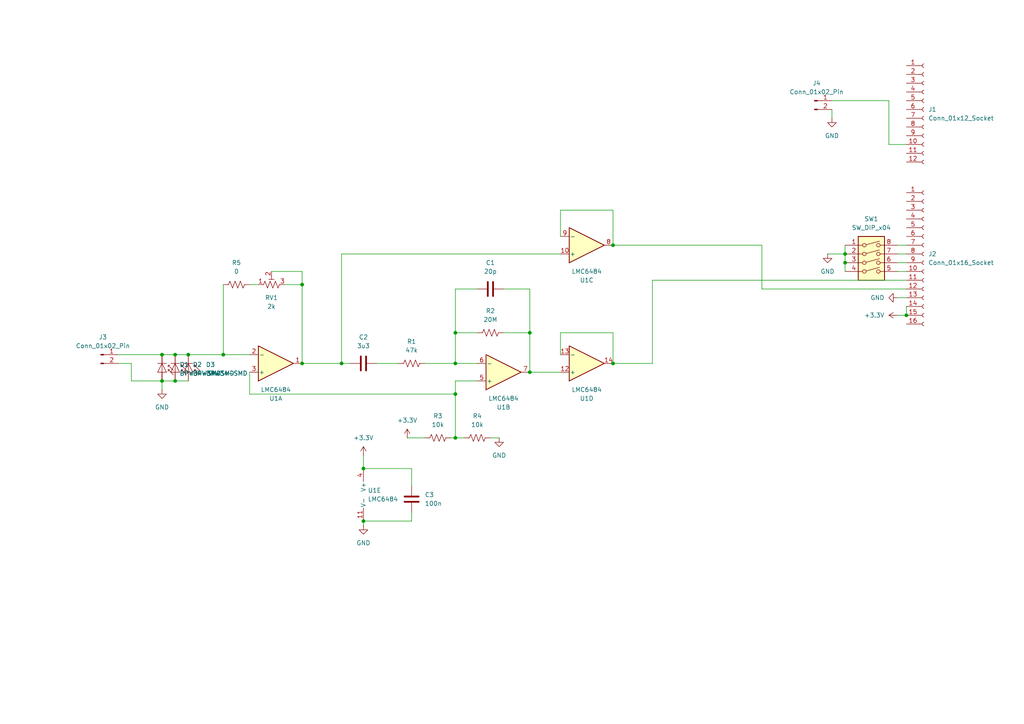
<source format=kicad_sch>
(kicad_sch (version 20250114) (generator "eeschema") (generator_version "9.0")
  (paper "A4")
  (lib_symbols
    (symbol "Amplifier_Operational:LMC6484" (pin_names (offset 0.127))
      (property "Reference" "U" (at 0 5.08 0))
      (property "Value" "LMC6484" (at 0 -5.08 0))
      (symbol "LMC6484_1_1"
        (polyline (pts (xy -5.08 5.08) (xy 5.08 0) (xy -5.08 -5.08) (xy -5.08 5.08)) (stroke (width 0.254)) (fill (type background)))
        (pin input line (at -7.62 2.54 0) (length 2.54) (name "+") (number "3"))
        (pin input line (at -7.62 -2.54 0) (length 2.54) (name "-") (number "2"))
        (pin output line (at 7.62 0 180) (length 2.54) (name "~") (number "1"))
      )
      (symbol "LMC6484_2_1"
        (polyline (pts (xy -5.08 5.08) (xy 5.08 0) (xy -5.08 -5.08) (xy -5.08 5.08)) (stroke (width 0.254)) (fill (type background)))
        (pin input line (at -7.62 2.54 0) (length 2.54) (name "+") (number "5"))
        (pin input line (at -7.62 -2.54 0) (length 2.54) (name "-") (number "6"))
        (pin output line (at 7.62 0 180) (length 2.54) (name "~") (number "7"))
      )
      (symbol "LMC6484_3_1"
        (polyline (pts (xy -5.08 5.08) (xy 5.08 0) (xy -5.08 -5.08) (xy -5.08 5.08)) (stroke (width 0.254)) (fill (type background)))
        (pin input line (at -7.62 2.54 0) (length 2.54) (name "+") (number "10"))
        (pin input line (at -7.62 -2.54 0) (length 2.54) (name "-") (number "9"))
        (pin output line (at 7.62 0 180) (length 2.54) (name "~") (number "8"))
      )
      (symbol "LMC6484_4_1"
        (polyline (pts (xy -5.08 5.08) (xy 5.08 0) (xy -5.08 -5.08) (xy -5.08 5.08)) (stroke (width 0.254)) (fill (type background)))
        (pin input line (at -7.62 2.54 0) (length 2.54) (name "+") (number "12"))
        (pin input line (at -7.62 -2.54 0) (length 2.54) (name "-") (number "13"))
        (pin output line (at 7.62 0 180) (length 2.54) (name "~") (number "14"))
      )
      (symbol "LMC6484_5_1"
        (pin power_in line (at -2.54 7.62 270) (length 3.81) (name "V+") (number "4"))
        (pin power_in line (at -2.54 -7.62 90) (length 3.81) (name "V-") (number "11"))
      )
    )
    (symbol "Connector:Conn_01x02_Pin" (pin_names (offset 1.016) (hide yes))
      (property "Reference" "J" (at 0 2.54 0))
      (property "Value" "Conn_01x02_Pin" (at 0 -5.08 0))
      (symbol "Conn_01x02_Pin_1_1"
        (rectangle (start 0.8636 0.127) (end 0 -0.127) (stroke (width 0.1524)) (fill (type outline)))
        (rectangle (start 0.8636 -2.413) (end 0 -2.667) (stroke (width 0.1524)) (fill (type outline)))
        (polyline (pts (xy 1.27 0) (xy 0.8636 0)) (stroke (width 0.1524)))
        (polyline (pts (xy 1.27 -2.54) (xy 0.8636 -2.54)) (stroke (width 0.1524)))
        (pin passive line (at 5.08 0 180) (length 3.81) (name "Pin_1") (number "1"))
        (pin passive line (at 5.08 -2.54 180) (length 3.81) (name "Pin_2") (number "2"))
      )
    )
    (symbol "Connector:Conn_01x12_Socket" (pin_names (offset 1.016) (hide yes))
      (property "Reference" "J" (at 0 15.24 0))
      (property "Value" "Conn_01x12_Socket" (at 0 -17.78 0))
      (symbol "Conn_01x12_Socket_1_1"
        (polyline (pts (xy -1.27 12.7) (xy -0.508 12.7)) (stroke (width 0.1524)))
        (polyline (pts (xy -1.27 10.16) (xy -0.508 10.16)) (stroke (width 0.1524)))
        (polyline (pts (xy -1.27 7.62) (xy -0.508 7.62)) (stroke (width 0.1524)))
        (polyline (pts (xy -1.27 5.08) (xy -0.508 5.08)) (stroke (width 0.1524)))
        (polyline (pts (xy -1.27 2.54) (xy -0.508 2.54)) (stroke (width 0.1524)))
        (polyline (pts (xy -1.27 0) (xy -0.508 0)) (stroke (width 0.1524)))
        (polyline (pts (xy -1.27 -2.54) (xy -0.508 -2.54)) (stroke (width 0.1524)))
        (polyline (pts (xy -1.27 -5.08) (xy -0.508 -5.08)) (stroke (width 0.1524)))
        (polyline (pts (xy -1.27 -7.62) (xy -0.508 -7.62)) (stroke (width 0.1524)))
        (polyline (pts (xy -1.27 -10.16) (xy -0.508 -10.16)) (stroke (width 0.1524)))
        (polyline (pts (xy -1.27 -12.7) (xy -0.508 -12.7)) (stroke (width 0.1524)))
        (polyline (pts (xy -1.27 -15.24) (xy -0.508 -15.24)) (stroke (width 0.1524)))
        (arc (start 0 12.192) (mid -0.5058 12.7) (end 0 13.208) (stroke (width 0.1524)))
        (arc (start 0 9.652) (mid -0.5058 10.16) (end 0 10.668) (stroke (width 0.1524)))
        (arc (start 0 7.112) (mid -0.5058 7.62) (end 0 8.128) (stroke (width 0.1524)))
        (arc (start 0 4.572) (mid -0.5058 5.08) (end 0 5.588) (stroke (width 0.1524)))
        (arc (start 0 2.032) (mid -0.5058 2.54) (end 0 3.048) (stroke (width 0.1524)))
        (arc (start 0 -0.508) (mid -0.5058 0) (end 0 0.508) (stroke (width 0.1524)))
        (arc (start 0 -3.048) (mid -0.5058 -2.54) (end 0 -2.032) (stroke (width 0.1524)))
        (arc (start 0 -5.588) (mid -0.5058 -5.08) (end 0 -4.572) (stroke (width 0.1524)))
        (arc (start 0 -8.128) (mid -0.5058 -7.62) (end 0 -7.112) (stroke (width 0.1524)))
        (arc (start 0 -10.668) (mid -0.5058 -10.16) (end 0 -9.652) (stroke (width 0.1524)))
        (arc (start 0 -13.208) (mid -0.5058 -12.7) (end 0 -12.192) (stroke (width 0.1524)))
        (arc (start 0 -15.748) (mid -0.5058 -15.24) (end 0 -14.732) (stroke (width 0.1524)))
        (pin passive line (at -5.08 12.7 0) (length 3.81) (name "Pin_1") (number "1"))
        (pin passive line (at -5.08 10.16 0) (length 3.81) (name "Pin_2") (number "2"))
        (pin passive line (at -5.08 7.62 0) (length 3.81) (name "Pin_3") (number "3"))
        (pin passive line (at -5.08 5.08 0) (length 3.81) (name "Pin_4") (number "4"))
        (pin passive line (at -5.08 2.54 0) (length 3.81) (name "Pin_5") (number "5"))
        (pin passive line (at -5.08 0 0) (length 3.81) (name "Pin_6") (number "6"))
        (pin passive line (at -5.08 -2.54 0) (length 3.81) (name "Pin_7") (number "7"))
        (pin passive line (at -5.08 -5.08 0) (length 3.81) (name "Pin_8") (number "8"))
        (pin passive line (at -5.08 -7.62 0) (length 3.81) (name "Pin_9") (number "9"))
        (pin passive line (at -5.08 -10.16 0) (length 3.81) (name "Pin_10") (number "10"))
        (pin passive line (at -5.08 -12.7 0) (length 3.81) (name "Pin_11") (number "11"))
        (pin passive line (at -5.08 -15.24 0) (length 3.81) (name "Pin_12") (number "12"))
      )
    )
    (symbol "Connector:Conn_01x16_Socket" (pin_names (offset 1.016) (hide yes))
      (property "Reference" "J" (at 0 20.32 0))
      (property "Value" "Conn_01x16_Socket" (at 0 -22.86 0))
      (symbol "Conn_01x16_Socket_1_1"
        (polyline (pts (xy -1.27 17.78) (xy -0.508 17.78)) (stroke (width 0.1524)))
        (polyline (pts (xy -1.27 15.24) (xy -0.508 15.24)) (stroke (width 0.1524)))
        (polyline (pts (xy -1.27 12.7) (xy -0.508 12.7)) (stroke (width 0.1524)))
        (polyline (pts (xy -1.27 10.16) (xy -0.508 10.16)) (stroke (width 0.1524)))
        (polyline (pts (xy -1.27 7.62) (xy -0.508 7.62)) (stroke (width 0.1524)))
        (polyline (pts (xy -1.27 5.08) (xy -0.508 5.08)) (stroke (width 0.1524)))
        (polyline (pts (xy -1.27 2.54) (xy -0.508 2.54)) (stroke (width 0.1524)))
        (polyline (pts (xy -1.27 0) (xy -0.508 0)) (stroke (width 0.1524)))
        (polyline (pts (xy -1.27 -2.54) (xy -0.508 -2.54)) (stroke (width 0.1524)))
        (polyline (pts (xy -1.27 -5.08) (xy -0.508 -5.08)) (stroke (width 0.1524)))
        (polyline (pts (xy -1.27 -7.62) (xy -0.508 -7.62)) (stroke (width 0.1524)))
        (polyline (pts (xy -1.27 -10.16) (xy -0.508 -10.16)) (stroke (width 0.1524)))
        (polyline (pts (xy -1.27 -12.7) (xy -0.508 -12.7)) (stroke (width 0.1524)))
        (polyline (pts (xy -1.27 -15.24) (xy -0.508 -15.24)) (stroke (width 0.1524)))
        (polyline (pts (xy -1.27 -17.78) (xy -0.508 -17.78)) (stroke (width 0.1524)))
        (polyline (pts (xy -1.27 -20.32) (xy -0.508 -20.32)) (stroke (width 0.1524)))
        (arc (start 0 17.272) (mid -0.5058 17.78) (end 0 18.288) (stroke (width 0.1524)))
        (arc (start 0 14.732) (mid -0.5058 15.24) (end 0 15.748) (stroke (width 0.1524)))
        (arc (start 0 12.192) (mid -0.5058 12.7) (end 0 13.208) (stroke (width 0.1524)))
        (arc (start 0 9.652) (mid -0.5058 10.16) (end 0 10.668) (stroke (width 0.1524)))
        (arc (start 0 7.112) (mid -0.5058 7.62) (end 0 8.128) (stroke (width 0.1524)))
        (arc (start 0 4.572) (mid -0.5058 5.08) (end 0 5.588) (stroke (width 0.1524)))
        (arc (start 0 2.032) (mid -0.5058 2.54) (end 0 3.048) (stroke (width 0.1524)))
        (arc (start 0 -0.508) (mid -0.5058 0) (end 0 0.508) (stroke (width 0.1524)))
        (arc (start 0 -3.048) (mid -0.5058 -2.54) (end 0 -2.032) (stroke (width 0.1524)))
        (arc (start 0 -5.588) (mid -0.5058 -5.08) (end 0 -4.572) (stroke (width 0.1524)))
        (arc (start 0 -8.128) (mid -0.5058 -7.62) (end 0 -7.112) (stroke (width 0.1524)))
        (arc (start 0 -10.668) (mid -0.5058 -10.16) (end 0 -9.652) (stroke (width 0.1524)))
        (arc (start 0 -13.208) (mid -0.5058 -12.7) (end 0 -12.192) (stroke (width 0.1524)))
        (arc (start 0 -15.748) (mid -0.5058 -15.24) (end 0 -14.732) (stroke (width 0.1524)))
        (arc (start 0 -18.288) (mid -0.5058 -17.78) (end 0 -17.272) (stroke (width 0.1524)))
        (arc (start 0 -20.828) (mid -0.5058 -20.32) (end 0 -19.812) (stroke (width 0.1524)))
        (pin passive line (at -5.08 17.78 0) (length 3.81) (name "Pin_1") (number "1"))
        (pin passive line (at -5.08 15.24 0) (length 3.81) (name "Pin_2") (number "2"))
        (pin passive line (at -5.08 12.7 0) (length 3.81) (name "Pin_3") (number "3"))
        (pin passive line (at -5.08 10.16 0) (length 3.81) (name "Pin_4") (number "4"))
        (pin passive line (at -5.08 7.62 0) (length 3.81) (name "Pin_5") (number "5"))
        (pin passive line (at -5.08 5.08 0) (length 3.81) (name "Pin_6") (number "6"))
        (pin passive line (at -5.08 2.54 0) (length 3.81) (name "Pin_7") (number "7"))
        (pin passive line (at -5.08 0 0) (length 3.81) (name "Pin_8") (number "8"))
        (pin passive line (at -5.08 -2.54 0) (length 3.81) (name "Pin_9") (number "9"))
        (pin passive line (at -5.08 -5.08 0) (length 3.81) (name "Pin_10") (number "10"))
        (pin passive line (at -5.08 -7.62 0) (length 3.81) (name "Pin_11") (number "11"))
        (pin passive line (at -5.08 -10.16 0) (length 3.81) (name "Pin_12") (number "12"))
        (pin passive line (at -5.08 -12.7 0) (length 3.81) (name "Pin_13") (number "13"))
        (pin passive line (at -5.08 -15.24 0) (length 3.81) (name "Pin_14") (number "14"))
        (pin passive line (at -5.08 -17.78 0) (length 3.81) (name "Pin_15") (number "15"))
        (pin passive line (at -5.08 -20.32 0) (length 3.81) (name "Pin_16") (number "16"))
      )
    )
    (symbol "Device:C" (pin_numbers (hide yes)) (pin_names (offset 0.254))
      (property "Reference" "C" (at 0.635 2.54 0))
      (property "Value" "C" (at 0.635 -2.54 0))
      (symbol "C_0_1"
        (polyline (pts (xy -2.032 0.762) (xy 2.032 0.762)) (stroke (width 0.508)))
        (polyline (pts (xy -2.032 -0.762) (xy 2.032 -0.762)) (stroke (width 0.508)))
      )
      (symbol "C_1_1"
        (pin passive line (at 0 3.81 270) (length 2.794) (name "~") (number "1"))
        (pin passive line (at 0 -3.81 90) (length 2.794) (name "~") (number "2"))
      )
    )
    (symbol "Device:R_Potentiometer_Trim_US" (pin_names (offset 1.016) (hide yes))
      (property "Reference" "RV" (at -4.445 0 90))
      (property "Value" "R_Potentiometer_Trim_US" (at -2.54 0 90))
      (symbol "R_Potentiometer_Trim_US_0_1"
        (polyline (pts (xy 0 2.286) (xy 0 2.54)))
        (polyline (pts (xy 0 2.286) (xy 1.016 1.905) (xy 0 1.524) (xy -1.016 1.143) (xy 0 0.762)))
        (polyline (pts (xy 0 0.762) (xy 1.016 0.381) (xy 0 0) (xy -1.016 -0.381) (xy 0 -0.762)))
        (polyline (pts (xy 0 -0.762) (xy 1.016 -1.143) (xy 0 -1.524) (xy -1.016 -1.905) (xy 0 -2.286)))
        (polyline (pts (xy 0 -2.286) (xy 0 -2.54)))
        (polyline (pts (xy 1.524 0.762) (xy 1.524 -0.762)))
        (polyline (pts (xy 2.54 0) (xy 1.524 0)))
      )
      (symbol "R_Potentiometer_Trim_US_1_1"
        (pin passive line (at 0 3.81 270) (length 1.27) (name "1") (number "1"))
        (pin passive line (at 0 -3.81 90) (length 1.27) (name "3") (number "3"))
        (pin passive line (at 3.81 0 180) (length 1.27) (name "2") (number "2"))
      )
    )
    (symbol "Device:R_US" (pin_numbers (hide yes)) (pin_names (offset 0))
      (property "Reference" "R" (at 2.54 0 90))
      (property "Value" "R_US" (at -2.54 0 90))
      (symbol "R_US_0_1"
        (polyline (pts (xy 0 2.286) (xy 0 2.54)))
        (polyline (pts (xy 0 2.286) (xy 1.016 1.905) (xy 0 1.524) (xy -1.016 1.143) (xy 0 0.762)))
        (polyline (pts (xy 0 0.762) (xy 1.016 0.381) (xy 0 0) (xy -1.016 -0.381) (xy 0 -0.762)))
        (polyline (pts (xy 0 -0.762) (xy 1.016 -1.143) (xy 0 -1.524) (xy -1.016 -1.905) (xy 0 -2.286)))
        (polyline (pts (xy 0 -2.286) (xy 0 -2.54)))
      )
      (symbol "R_US_1_1"
        (pin passive line (at 0 3.81 270) (length 1.27) (name "~") (number "1"))
        (pin passive line (at 0 -3.81 90) (length 1.27) (name "~") (number "2"))
      )
    )
    (symbol "Sensor_Optical:BPW34-SMD" (pin_numbers (hide yes)) (pin_names (offset 1.016) (hide yes))
      (property "Reference" "D" (at 0.508 1.778 0))
      (property "Value" "BPW34-SMD" (at -1.016 -2.794 0))
      (symbol "BPW34-SMD_0_1"
        (polyline (pts (xy -2.54 1.27) (xy -2.54 -1.27)) (stroke (width 0.1524)))
        (polyline (pts (xy -2.032 1.778) (xy -1.524 1.778)))
        (polyline (pts (xy -0.508 3.302) (xy -2.032 1.778) (xy -2.032 2.286)))
        (polyline (pts (xy 0 1.27) (xy -2.54 0) (xy 0 -1.27)))
        (polyline (pts (xy 0 0) (xy -2.54 0)))
        (polyline (pts (xy 0 -1.27) (xy 0 1.27)))
        (polyline (pts (xy 0.762 3.302) (xy -0.762 1.778) (xy -0.762 2.286) (xy -0.762 1.778) (xy -0.254 1.778)))
      )
      (symbol "BPW34-SMD_1_1"
        (pin passive line (at -5.08 0 0) (length 2.54) (name "K") (number "1"))
        (pin passive line (at 2.54 0 180) (length 2.54) (name "A") (number "2"))
      )
    )
    (symbol "Switch:SW_DIP_x04" (pin_names (offset 0) (hide yes))
      (property "Reference" "SW" (at 0 8.89 0))
      (property "Value" "SW_DIP_x04" (at 0 -6.35 0))
      (symbol "SW_DIP_x04_0_0"
        (circle (center -2.032 5.08) (radius 0.508))
        (circle (center -2.032 2.54) (radius 0.508))
        (circle (center -2.032 0) (radius 0.508))
        (circle (center -2.032 -2.54) (radius 0.508))
        (polyline (pts (xy -1.524 5.207) (xy 2.3622 6.2484)))
        (polyline (pts (xy -1.524 2.667) (xy 2.3622 3.7084)))
        (polyline (pts (xy -1.524 0.127) (xy 2.3622 1.1684)))
        (polyline (pts (xy -1.524 -2.3876) (xy 2.3622 -1.3462)))
        (circle (center 2.032 5.08) (radius 0.508))
        (circle (center 2.032 2.54) (radius 0.508))
        (circle (center 2.032 0) (radius 0.508))
        (circle (center 2.032 -2.54) (radius 0.508))
      )
      (symbol "SW_DIP_x04_0_1"
        (rectangle (start -3.81 7.62) (end 3.81 -5.08) (stroke (width 0.254)) (fill (type background)))
      )
      (symbol "SW_DIP_x04_1_1"
        (pin passive line (at -7.62 5.08 0) (length 5.08) (name "~") (number "1"))
        (pin passive line (at -7.62 2.54 0) (length 5.08) (name "~") (number "2"))
        (pin passive line (at -7.62 0 0) (length 5.08) (name "~") (number "3"))
        (pin passive line (at -7.62 -2.54 0) (length 5.08) (name "~") (number "4"))
        (pin passive line (at 7.62 5.08 180) (length 5.08) (name "~") (number "8"))
        (pin passive line (at 7.62 2.54 180) (length 5.08) (name "~") (number "7"))
        (pin passive line (at 7.62 0 180) (length 5.08) (name "~") (number "6"))
        (pin passive line (at 7.62 -2.54 180) (length 5.08) (name "~") (number "5"))
      )
    )
    (symbol "power:+3.3V" (power) (pin_numbers (hide yes)) (pin_names (offset 0) (hide yes))
      (property "Value" "+3.3V" (at 0 3.556 0))
      (symbol "+3.3V_0_1"
        (polyline (pts (xy -0.762 1.27) (xy 0 2.54)))
        (polyline (pts (xy 0 2.54) (xy 0.762 1.27)))
        (polyline (pts (xy 0 0) (xy 0 2.54)))
      )
      (symbol "+3.3V_1_1"
        (pin power_in line (at 0 0 90) (length 0) (name "~") (number "1"))
      )
    )
    (symbol "power:GND" (power) (pin_numbers (hide yes)) (pin_names (offset 0) (hide yes))
      (property "Value" "GND" (at 0 -3.81 0))
      (symbol "GND_0_1"
        (polyline (pts (xy 0 0) (xy 0 -1.27) (xy 1.27 -1.27) (xy 0 -2.54) (xy -1.27 -1.27) (xy 0 -1.27)))
      )
      (symbol "GND_1_1"
        (pin power_in line (at 0 0 270) (length 0) (name "~") (number "1"))
      )
    )
  )
  (junction (at 99.06 105.41))
  (junction (at 50.8 110.49))
  (junction (at 132.08 96.52))
  (junction (at 245.11 76.2))
  (junction (at 105.41 135.89))
  (junction (at 132.08 127))
  (junction (at 50.8 102.87))
  (junction (at 153.67 107.95))
  (junction (at 132.08 114.3))
  (junction (at 105.41 151.13))
  (junction (at 177.8 71.12))
  (junction (at 262.89 91.44))
  (junction (at 46.99 102.87))
  (junction (at 153.67 96.52))
  (junction (at 245.11 73.66))
  (junction (at 64.77 102.87))
  (junction (at 132.08 105.41))
  (junction (at 87.63 82.55))
  (junction (at 54.61 102.87))
  (junction (at 177.8 105.41))
  (junction (at 46.99 110.49))
  (junction (at 87.63 105.41))
  (wire (pts (xy 119.38 148.59) (xy 119.38 151.13)))
  (wire (pts (xy 146.05 96.52) (xy 153.67 96.52)))
  (wire (pts (xy 105.41 151.13) (xy 119.38 151.13)))
  (wire (pts (xy 132.08 114.3) (xy 132.08 127)))
  (wire (pts (xy 132.08 83.82) (xy 132.08 96.52)))
  (wire (pts (xy 153.67 83.82) (xy 153.67 96.52)))
  (wire (pts (xy 177.8 60.96) (xy 177.8 71.12)))
  (wire (pts (xy 260.35 91.44) (xy 262.89 91.44)))
  (wire (pts (xy 64.77 102.87) (xy 72.39 102.87)))
  (wire (pts (xy 38.1 105.41) (xy 38.1 110.49)))
  (wire (pts (xy 99.06 73.66) (xy 99.06 105.41)))
  (wire (pts (xy 257.81 41.91) (xy 257.81 29.21)))
  (wire (pts (xy 87.63 82.55) (xy 82.55 82.55)))
  (wire (pts (xy 72.39 114.3) (xy 132.08 114.3)))
  (wire (pts (xy 105.41 132.08) (xy 105.41 135.89)))
  (wire (pts (xy 115.57 105.41) (xy 109.22 105.41)))
  (wire (pts (xy 119.38 135.89) (xy 119.38 140.97)))
  (wire (pts (xy 220.98 71.12) (xy 220.98 83.82)))
  (wire (pts (xy 260.35 76.2) (xy 262.89 76.2)))
  (wire (pts (xy 260.35 78.74) (xy 262.89 78.74)))
  (wire (pts (xy 72.39 82.55) (xy 74.93 82.55)))
  (wire (pts (xy 262.89 41.91) (xy 257.81 41.91)))
  (wire (pts (xy 54.61 102.87) (xy 64.77 102.87)))
  (wire (pts (xy 34.29 105.41) (xy 38.1 105.41)))
  (wire (pts (xy 241.3 34.29) (xy 241.3 31.75)))
  (wire (pts (xy 64.77 82.55) (xy 64.77 102.87)))
  (wire (pts (xy 78.74 78.74) (xy 87.63 78.74)))
  (wire (pts (xy 72.39 107.95) (xy 72.39 114.3)))
  (wire (pts (xy 118.11 127) (xy 123.19 127)))
  (wire (pts (xy 162.56 96.52) (xy 177.8 96.52)))
  (wire (pts (xy 132.08 96.52) (xy 132.08 105.41)))
  (wire (pts (xy 50.8 102.87) (xy 54.61 102.87)))
  (wire (pts (xy 46.99 113.03) (xy 46.99 110.49)))
  (wire (pts (xy 132.08 105.41) (xy 138.43 105.41)))
  (wire (pts (xy 245.11 73.66) (xy 245.11 71.12)))
  (wire (pts (xy 162.56 102.87) (xy 162.56 96.52)))
  (wire (pts (xy 34.29 102.87) (xy 46.99 102.87)))
  (wire (pts (xy 162.56 68.58) (xy 162.56 60.96)))
  (wire (pts (xy 38.1 110.49) (xy 46.99 110.49)))
  (wire (pts (xy 138.43 83.82) (xy 132.08 83.82)))
  (wire (pts (xy 132.08 127) (xy 134.62 127)))
  (wire (pts (xy 153.67 96.52) (xy 153.67 107.95)))
  (wire (pts (xy 177.8 105.41) (xy 189.23 105.41)))
  (wire (pts (xy 177.8 96.52) (xy 177.8 105.41)))
  (wire (pts (xy 144.78 127) (xy 142.24 127)))
  (wire (pts (xy 130.81 127) (xy 132.08 127)))
  (wire (pts (xy 245.11 76.2) (xy 245.11 78.74)))
  (wire (pts (xy 87.63 105.41) (xy 87.63 82.55)))
  (wire (pts (xy 146.05 83.82) (xy 153.67 83.82)))
  (wire (pts (xy 189.23 81.28) (xy 262.89 81.28)))
  (wire (pts (xy 260.35 86.36) (xy 262.89 86.36)))
  (wire (pts (xy 260.35 71.12) (xy 262.89 71.12)))
  (wire (pts (xy 105.41 135.89) (xy 119.38 135.89)))
  (wire (pts (xy 220.98 83.82) (xy 262.89 83.82)))
  (wire (pts (xy 123.19 105.41) (xy 132.08 105.41)))
  (wire (pts (xy 257.81 29.21) (xy 241.3 29.21)))
  (wire (pts (xy 87.63 78.74) (xy 87.63 82.55)))
  (wire (pts (xy 177.8 71.12) (xy 220.98 71.12)))
  (wire (pts (xy 132.08 110.49) (xy 132.08 114.3)))
  (wire (pts (xy 162.56 60.96) (xy 177.8 60.96)))
  (wire (pts (xy 46.99 102.87) (xy 50.8 102.87)))
  (wire (pts (xy 240.03 73.66) (xy 245.11 73.66)))
  (wire (pts (xy 50.8 110.49) (xy 54.61 110.49)))
  (wire (pts (xy 46.99 110.49) (xy 50.8 110.49)))
  (wire (pts (xy 260.35 73.66) (xy 262.89 73.66)))
  (wire (pts (xy 138.43 110.49) (xy 132.08 110.49)))
  (wire (pts (xy 153.67 107.95) (xy 162.56 107.95)))
  (wire (pts (xy 189.23 105.41) (xy 189.23 81.28)))
  (wire (pts (xy 245.11 73.66) (xy 245.11 76.2)))
  (wire (pts (xy 132.08 96.52) (xy 138.43 96.52)))
  (wire (pts (xy 262.89 88.9) (xy 262.89 91.44)))
  (wire (pts (xy 99.06 105.41) (xy 101.6 105.41)))
  (wire (pts (xy 162.56 73.66) (xy 99.06 73.66)))
  (wire (pts (xy 105.41 152.4) (xy 105.41 151.13)))
  (wire (pts (xy 87.63 105.41) (xy 99.06 105.41)))
  (symbol (lib_id "Amplifier_Operational:LMC6484") (at 170.18 71.12 0) (mirror x) (unit 3)
    (property "Reference" "U1" (at 170.18 81.28 0))
    (property "Value" "LMC6484" (at 170.18 78.74 0))
    (property "Footprint" "Package_SO:SOIC-14_3.9x8.7mm_P1.27mm" (effects (hide yes)))
    (property "Datasheet" "http://www.ti.com/lit/ds/symlink/lmc6484.pdf" (effects (hide yes)))
    (property "Description" "Quad CMOS Rail-to-Rail Input and Output Operational Amplifier, DIP-14/SOIC-14" (effects (hide yes)))
  )
  (symbol (lib_id "Device:R_US") (at 142.24 96.52 90) (unit 1)
    (property "Reference" "R2" (at 142.24 90.17 90))
    (property "Value" "20M" (at 142.24 92.71 90))
    (property "Footprint" "Resistor_SMD:R_1206_3216Metric" (effects (hide yes)))
    (property "Description" "Resistor, US symbol" (effects (hide yes)))
  )
  (symbol (lib_id "power:+3.3V") (at 105.41 132.08 0) (unit 1)
    (property "Reference" "#PWR07" (effects (hide yes)))
    (property "Value" "+3.3V" (at 105.41 127 0))
    (property "Description" "Power symbol creates a global label with name \"+3.3V\"" (effects (hide yes)))
  )
  (symbol (lib_id "Device:C") (at 142.24 83.82 90) (unit 1)
    (property "Reference" "C1" (at 142.24 76.2 90))
    (property "Value" "20p" (at 142.24 78.74 90))
    (property "Footprint" "Capacitor_SMD:C_1210_3225Metric" (effects (hide yes)))
    (property "Description" "Unpolarized capacitor" (effects (hide yes)))
  )
  (symbol (lib_id "Amplifier_Operational:LMC6484") (at 80.01 105.41 0) (mirror x) (unit 1)
    (property "Reference" "U1" (at 80.01 115.57 0))
    (property "Value" "LMC6484" (at 80.01 113.03 0))
    (property "Footprint" "Package_SO:SOIC-14_3.9x8.7mm_P1.27mm" (effects (hide yes)))
    (property "Datasheet" "http://www.ti.com/lit/ds/symlink/lmc6484.pdf" (effects (hide yes)))
    (property "Description" "Quad CMOS Rail-to-Rail Input and Output Operational Amplifier, DIP-14/SOIC-14" (effects (hide yes)))
  )
  (symbol (lib_id "power:+3.3V") (at 118.11 127 0) (unit 1)
    (property "Reference" "#PWR01" (effects (hide yes)))
    (property "Value" "+3.3V" (at 118.11 121.92 0))
    (property "Description" "Power symbol creates a global label with name \"+3.3V\"" (effects (hide yes)))
  )
  (symbol (lib_id "Connector:Conn_01x02_Pin") (at 236.22 29.21 0) (unit 1)
    (property "Reference" "J4" (at 236.855 24.13 0))
    (property "Value" "Conn_01x02_Pin" (at 236.855 26.67 0))
    (property "Footprint" "Connector_JST:JST_PH_B2B-PH-K_1x02_P2.00mm_Vertical" (effects (hide yes)))
    (property "Description" "Generic connector, single row, 01x02, script generated" (effects (hide yes)))
  )
  (symbol (lib_id "Amplifier_Operational:LMC6484") (at 170.18 105.41 0) (mirror x) (unit 4)
    (property "Reference" "U1" (at 170.18 115.57 0))
    (property "Value" "LMC6484" (at 170.18 113.03 0))
    (property "Footprint" "Package_SO:SOIC-14_3.9x8.7mm_P1.27mm" (effects (hide yes)))
    (property "Datasheet" "http://www.ti.com/lit/ds/symlink/lmc6484.pdf" (effects (hide yes)))
    (property "Description" "Quad CMOS Rail-to-Rail Input and Output Operational Amplifier, DIP-14/SOIC-14" (effects (hide yes)))
  )
  (symbol (lib_id "power:GND") (at 144.78 127 0) (unit 1)
    (property "Reference" "#PWR03" (effects (hide yes)))
    (property "Value" "GND" (at 144.78 132.08 0))
    (property "Description" "Power symbol creates a global label with name \"GND\" , ground" (effects (hide yes)))
  )
  (symbol (lib_id "Connector:Conn_01x16_Socket") (at 267.97 73.66 0) (unit 1)
    (property "Reference" "J2" (at 269.24 73.6599 0) (effects (justify left)))
    (property "Value" "Conn_01x16_Socket" (at 269.24 76.1999 0) (effects (justify left)))
    (property "Description" "Generic connector, single row, 01x16, script generated" (effects (hide yes)))
  )
  (symbol (lib_id "power:+3.3V") (at 260.35 91.44 90) (unit 1)
    (property "Reference" "#PWR04" (effects (hide yes)))
    (property "Value" "+3.3V" (at 256.54 91.4399 90) (effects (justify left)))
    (property "Description" "Power symbol creates a global label with name \"+3.3V\"" (effects (hide yes)))
  )
  (symbol (lib_id "Device:R_US") (at 68.58 82.55 90) (unit 1)
    (property "Reference" "R5" (at 68.58 76.2 90))
    (property "Value" "0" (at 68.58 78.74 90))
    (property "Footprint" "Resistor_SMD:R_1206_3216Metric" (effects (hide yes)))
    (property "Description" "Resistor, US symbol" (effects (hide yes)))
  )
  (symbol (lib_id "Device:R_US") (at 127 127 90) (unit 1)
    (property "Reference" "R3" (at 127 120.65 90))
    (property "Value" "10k" (at 127 123.19 90))
    (property "Footprint" "Resistor_SMD:R_1206_3216Metric" (effects (hide yes)))
    (property "Description" "Resistor, US symbol" (effects (hide yes)))
  )
  (symbol (lib_id "power:GND") (at 105.41 152.4 0) (unit 1)
    (property "Reference" "#PWR08" (effects (hide yes)))
    (property "Value" "GND" (at 105.41 157.48 0))
    (property "Description" "Power symbol creates a global label with name \"GND\" , ground" (effects (hide yes)))
  )
  (symbol (lib_id "Device:C") (at 105.41 105.41 90) (unit 1)
    (property "Reference" "C2" (at 105.41 97.79 90))
    (property "Value" "3u3" (at 105.41 100.33 90))
    (property "Footprint" "Capacitor_SMD:C_1210_3225Metric" (effects (hide yes)))
    (property "Description" "Unpolarized capacitor" (effects (hide yes)))
  )
  (symbol (lib_id "power:GND") (at 240.03 73.66 0) (unit 1)
    (property "Reference" "#PWR06" (effects (hide yes)))
    (property "Value" "GND" (at 240.03 78.74 0))
    (property "Description" "Power symbol creates a global label with name \"GND\" , ground" (effects (hide yes)))
  )
  (symbol (lib_id "power:GND") (at 260.35 86.36 270) (unit 1)
    (property "Reference" "#PWR05" (effects (hide yes)))
    (property "Value" "GND" (at 256.54 86.3599 90) (effects (justify right)))
    (property "Description" "Power symbol creates a global label with name \"GND\" , ground" (effects (hide yes)))
  )
  (symbol (lib_id "Connector:Conn_01x12_Socket") (at 267.97 31.75 0) (unit 1)
    (property "Reference" "J1" (at 269.24 31.7499 0) (effects (justify left)))
    (property "Value" "Conn_01x12_Socket" (at 269.24 34.2899 0) (effects (justify left)))
    (property "Description" "Generic connector, single row, 01x12, script generated" (effects (hide yes)))
  )
  (symbol (lib_id "Sensor_Optical:BPW34-SMD") (at 54.61 107.95 270) (unit 1)
    (property "Reference" "D3" (at 59.69 105.7528 90) (effects (justify left)))
    (property "Value" "BPW34-SMD" (at 59.69 108.2928 90) (effects (justify left)))
    (property "Footprint" "OptoDevice:Osram_BPW34S-SMD" (effects (hide yes)))
    (property "Datasheet" "https://dammedia.osram.info/media/resource/hires/osram-dam-5488319/BPW%2034%20S_EN.pdf" (effects (hide yes)))
    (property "Description" "Silicon PIN Photodiode, Area 2.65x2.65mm" (effects (hide yes)))
  )
  (symbol (lib_id "Switch:SW_DIP_x04") (at 252.73 76.2 0) (unit 1)
    (property "Reference" "SW1" (at 252.73 63.5 0))
    (property "Value" "SW_DIP_x04" (at 252.73 66.04 0))
    (property "Footprint" "Button_Switch_SMD:SW_DIP_SPSTx04_Slide_6.7x11.72mm_W8.61mm_P2.54mm_LowProfile" (effects (hide yes)))
    (property "Description" "4x DIP Switch, Single Pole Single Throw (SPST) switch, small symbol" (effects (hide yes)))
  )
  (symbol (lib_id "Amplifier_Operational:LMC6484") (at 107.95 143.51 0) (unit 5)
    (property "Reference" "U1" (at 106.68 142.2399 0) (effects (justify left)))
    (property "Value" "LMC6484" (at 106.68 144.7799 0) (effects (justify left)))
    (property "Datasheet" "http://www.ti.com/lit/ds/symlink/lmc6484.pdf" (effects (hide yes)))
    (property "Description" "Quad CMOS Rail-to-Rail Input and Output Operational Amplifier, DIP-14/SOIC-14" (effects (hide yes)))
  )
  (symbol (lib_id "Device:R_US") (at 138.43 127 90) (unit 1)
    (property "Reference" "R4" (at 138.43 120.65 90))
    (property "Value" "10k" (at 138.43 123.19 90))
    (property "Footprint" "Resistor_SMD:R_1206_3216Metric" (effects (hide yes)))
    (property "Description" "Resistor, US symbol" (effects (hide yes)))
  )
  (symbol (lib_id "power:GND") (at 46.99 113.03 0) (unit 1)
    (property "Reference" "#PWR02" (effects (hide yes)))
    (property "Value" "GND" (at 46.99 118.11 0))
    (property "Description" "Power symbol creates a global label with name \"GND\" , ground" (effects (hide yes)))
  )
  (symbol (lib_id "Sensor_Optical:BPW34-SMD") (at 46.99 107.95 270) (unit 1)
    (property "Reference" "D1" (at 52.07 105.7528 90) (effects (justify left)))
    (property "Value" "BPW34-SMD" (at 52.07 108.2928 90) (effects (justify left)))
    (property "Footprint" "OptoDevice:Osram_BPW34S-SMD" (effects (hide yes)))
    (property "Datasheet" "https://dammedia.osram.info/media/resource/hires/osram-dam-5488319/BPW%2034%20S_EN.pdf" (effects (hide yes)))
    (property "Description" "Silicon PIN Photodiode, Area 2.65x2.65mm" (effects (hide yes)))
  )
  (symbol (lib_id "Sensor_Optical:BPW34-SMD") (at 50.8 107.95 270) (unit 1)
    (property "Reference" "D2" (at 55.88 105.7528 90) (effects (justify left)))
    (property "Value" "BPW34-SMD" (at 55.88 108.2928 90) (effects (justify left)))
    (property "Footprint" "OptoDevice:Osram_BPW34S-SMD" (effects (hide yes)))
    (property "Datasheet" "https://dammedia.osram.info/media/resource/hires/osram-dam-5488319/BPW%2034%20S_EN.pdf" (effects (hide yes)))
    (property "Description" "Silicon PIN Photodiode, Area 2.65x2.65mm" (effects (hide yes)))
  )
  (symbol (lib_id "power:GND") (at 241.3 34.29 0) (unit 1)
    (property "Reference" "#PWR09" (effects (hide yes)))
    (property "Value" "GND" (at 241.3 39.37 0))
    (property "Description" "Power symbol creates a global label with name \"GND\" , ground" (effects (hide yes)))
  )
  (symbol (lib_id "Device:R_Potentiometer_Trim_US") (at 78.74 82.55 90) (unit 1)
    (property "Reference" "RV1" (at 78.74 86.36 90))
    (property "Value" "2k" (at 78.74 88.9 90))
    (property "Footprint" "Potentiometer_SMD:Potentiometer_Bourns_3224X_Vertical" (effects (hide yes)))
    (property "Description" "Trim-potentiometer, US symbol" (effects (hide yes)))
  )
  (symbol (lib_id "Connector:Conn_01x02_Pin") (at 29.21 102.87 0) (unit 1)
    (property "Reference" "J3" (at 29.845 97.79 0))
    (property "Value" "Conn_01x02_Pin" (at 29.845 100.33 0))
    (property "Footprint" "Connector_JST:JST_PH_B2B-PH-K_1x02_P2.00mm_Vertical" (effects (hide yes)))
    (property "Description" "Generic connector, single row, 01x02, script generated" (effects (hide yes)))
  )
  (symbol (lib_id "Device:R_US") (at 119.38 105.41 90) (unit 1)
    (property "Reference" "R1" (at 119.38 99.06 90))
    (property "Value" "47k" (at 119.38 101.6 90))
    (property "Footprint" "Resistor_SMD:R_1206_3216Metric" (effects (hide yes)))
    (property "Description" "Resistor, US symbol" (effects (hide yes)))
  )
  (symbol (lib_id "Device:C") (at 119.38 144.78 180) (unit 1)
    (property "Reference" "C3" (at 123.19 143.5099 0) (effects (justify right)))
    (property "Value" "100n" (at 123.19 146.0499 0) (effects (justify right)))
    (property "Footprint" "Capacitor_SMD:C_1210_3225Metric" (effects (hide yes)))
    (property "Description" "Unpolarized capacitor" (effects (hide yes)))
  )
  (symbol (lib_id "Amplifier_Operational:LMC6484") (at 146.05 107.95 0) (mirror x) (unit 2)
    (property "Reference" "U1" (at 146.05 118.11 0))
    (property "Value" "LMC6484" (at 146.05 115.57 0))
    (property "Footprint" "Package_SO:SOIC-14_3.9x8.7mm_P1.27mm" (effects (hide yes)))
    (property "Datasheet" "http://www.ti.com/lit/ds/symlink/lmc6484.pdf" (effects (hide yes)))
    (property "Description" "Quad CMOS Rail-to-Rail Input and Output Operational Amplifier, DIP-14/SOIC-14" (effects (hide yes)))
  )
)
</source>
